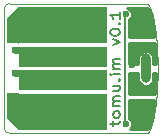
<source format=gtl>
G04 #@! TF.FileFunction,Copper,L1,Top,Signal*
%FSLAX46Y46*%
G04 Gerber Fmt 4.6, Leading zero omitted, Abs format (unit mm)*
G04 Created by KiCad (PCBNEW 4.0.2+e4-6225~38~ubuntu14.04.1-stable) date Mon Aug  1 12:46:02 2016*
%MOMM*%
G01*
G04 APERTURE LIST*
%ADD10C,0.350000*%
%ADD11C,0.200000*%
%ADD12C,0.050000*%
%ADD13R,7.500000X3.125000*%
%ADD14R,7.500000X1.750000*%
%ADD15R,1.000000X1.000000*%
%ADD16C,0.600000*%
%ADD17C,0.127000*%
%ADD18C,0.600000*%
%ADD19C,0.254000*%
%ADD20C,0.300000*%
%ADD21O,0.799999X2.499999*%
G04 APERTURE END LIST*
D10*
D11*
X26253571Y-28332142D02*
X26253571Y-27951190D01*
X25986905Y-28189285D02*
X26672619Y-28189285D01*
X26748810Y-28141666D01*
X26786905Y-28046428D01*
X26786905Y-27951190D01*
X26786905Y-27474999D02*
X26748810Y-27570237D01*
X26710714Y-27617856D01*
X26634524Y-27665475D01*
X26405952Y-27665475D01*
X26329762Y-27617856D01*
X26291667Y-27570237D01*
X26253571Y-27474999D01*
X26253571Y-27332141D01*
X26291667Y-27236903D01*
X26329762Y-27189284D01*
X26405952Y-27141665D01*
X26634524Y-27141665D01*
X26710714Y-27189284D01*
X26748810Y-27236903D01*
X26786905Y-27332141D01*
X26786905Y-27474999D01*
X26786905Y-26713094D02*
X26253571Y-26713094D01*
X26329762Y-26713094D02*
X26291667Y-26665475D01*
X26253571Y-26570237D01*
X26253571Y-26427379D01*
X26291667Y-26332141D01*
X26367857Y-26284522D01*
X26786905Y-26284522D01*
X26367857Y-26284522D02*
X26291667Y-26236903D01*
X26253571Y-26141665D01*
X26253571Y-25998808D01*
X26291667Y-25903570D01*
X26367857Y-25855951D01*
X26786905Y-25855951D01*
X26253571Y-24951189D02*
X26786905Y-24951189D01*
X26253571Y-25379761D02*
X26672619Y-25379761D01*
X26748810Y-25332142D01*
X26786905Y-25236904D01*
X26786905Y-25094046D01*
X26748810Y-24998808D01*
X26710714Y-24951189D01*
X26710714Y-24474999D02*
X26748810Y-24427380D01*
X26786905Y-24474999D01*
X26748810Y-24522618D01*
X26710714Y-24474999D01*
X26786905Y-24474999D01*
X26786905Y-23998809D02*
X26253571Y-23998809D01*
X25986905Y-23998809D02*
X26025000Y-24046428D01*
X26063095Y-23998809D01*
X26025000Y-23951190D01*
X25986905Y-23998809D01*
X26063095Y-23998809D01*
X26786905Y-23522619D02*
X26253571Y-23522619D01*
X26329762Y-23522619D02*
X26291667Y-23475000D01*
X26253571Y-23379762D01*
X26253571Y-23236904D01*
X26291667Y-23141666D01*
X26367857Y-23094047D01*
X26786905Y-23094047D01*
X26367857Y-23094047D02*
X26291667Y-23046428D01*
X26253571Y-22951190D01*
X26253571Y-22808333D01*
X26291667Y-22713095D01*
X26367857Y-22665476D01*
X26786905Y-22665476D01*
X26253571Y-21522619D02*
X26786905Y-21284524D01*
X26253571Y-21046428D01*
X25986905Y-20475000D02*
X25986905Y-20379761D01*
X26025000Y-20284523D01*
X26063095Y-20236904D01*
X26139286Y-20189285D01*
X26291667Y-20141666D01*
X26482143Y-20141666D01*
X26634524Y-20189285D01*
X26710714Y-20236904D01*
X26748810Y-20284523D01*
X26786905Y-20379761D01*
X26786905Y-20475000D01*
X26748810Y-20570238D01*
X26710714Y-20617857D01*
X26634524Y-20665476D01*
X26482143Y-20713095D01*
X26291667Y-20713095D01*
X26139286Y-20665476D01*
X26063095Y-20617857D01*
X26025000Y-20570238D01*
X25986905Y-20475000D01*
X26710714Y-19713095D02*
X26748810Y-19665476D01*
X26786905Y-19713095D01*
X26748810Y-19760714D01*
X26710714Y-19713095D01*
X26786905Y-19713095D01*
X26786905Y-18713095D02*
X26786905Y-19284524D01*
X26786905Y-18998810D02*
X25986905Y-18998810D01*
X26101190Y-19094048D01*
X26177381Y-19189286D01*
X26215476Y-19284524D01*
D12*
X17450000Y-18000000D02*
G75*
G03X17000000Y-18470000I10000J-460000D01*
G01*
X17000000Y-28550000D02*
G75*
G03X17470000Y-29000000I460000J10000D01*
G01*
X17000000Y-18480000D02*
X17000000Y-28530000D01*
X29000000Y-18000000D02*
X17460000Y-18000000D01*
X17460000Y-29000000D02*
X29000000Y-29000000D01*
X30000000Y-23500000D02*
X30000000Y-23370000D01*
X30000000Y-23370000D02*
X30000000Y-23230000D01*
X30000000Y-23230000D02*
X30000000Y-23100000D01*
X30000000Y-23100000D02*
X30000000Y-22960000D01*
X30000000Y-22960000D02*
X29990000Y-22830000D01*
X29990000Y-22830000D02*
X29990000Y-22690000D01*
X29990000Y-22690000D02*
X29990000Y-22560000D01*
X29990000Y-22560000D02*
X29980000Y-22430000D01*
X29980000Y-22430000D02*
X29980000Y-22290000D01*
X29980000Y-22290000D02*
X29970000Y-22160000D01*
X29970000Y-22160000D02*
X29960000Y-22030000D01*
X29960000Y-22030000D02*
X29960000Y-21900000D01*
X29960000Y-21900000D02*
X29950000Y-21770000D01*
X29950000Y-21770000D02*
X29940000Y-21650000D01*
X29940000Y-21650000D02*
X29930000Y-21520000D01*
X29930000Y-21520000D02*
X29920000Y-21400000D01*
X29920000Y-21400000D02*
X29910000Y-21270000D01*
X29910000Y-21270000D02*
X29900000Y-21150000D01*
X29900000Y-21150000D02*
X29890000Y-21030000D01*
X29890000Y-21030000D02*
X29880000Y-20910000D01*
X29880000Y-20910000D02*
X29870000Y-20790000D01*
X29870000Y-20790000D02*
X29860000Y-20670000D01*
X29860000Y-20670000D02*
X29840000Y-20560000D01*
X29840000Y-20560000D02*
X29830000Y-20440000D01*
X29830000Y-20440000D02*
X29820000Y-20330000D01*
X29820000Y-20330000D02*
X29800000Y-20220000D01*
X29800000Y-20220000D02*
X29790000Y-20120000D01*
X29790000Y-20120000D02*
X29770000Y-20010000D01*
X29770000Y-20010000D02*
X29760000Y-19910000D01*
X29760000Y-19910000D02*
X29740000Y-19810000D01*
X29740000Y-19810000D02*
X29720000Y-19710000D01*
X29720000Y-19710000D02*
X29710000Y-19610000D01*
X29710000Y-19610000D02*
X29690000Y-19520000D01*
X29690000Y-19520000D02*
X29670000Y-19420000D01*
X29670000Y-19420000D02*
X29650000Y-19340000D01*
X29650000Y-19340000D02*
X29630000Y-19250000D01*
X29630000Y-19250000D02*
X29620000Y-19160000D01*
X29620000Y-19160000D02*
X29600000Y-19080000D01*
X29600000Y-19080000D02*
X29580000Y-19000000D01*
X29580000Y-19000000D02*
X29560000Y-18930000D01*
X29560000Y-18930000D02*
X29530000Y-18850000D01*
X29530000Y-18850000D02*
X29510000Y-18780000D01*
X29510000Y-18780000D02*
X29490000Y-18710000D01*
X29490000Y-18710000D02*
X29470000Y-18650000D01*
X29470000Y-18650000D02*
X29450000Y-18590000D01*
X29450000Y-18590000D02*
X29430000Y-18530000D01*
X29430000Y-18530000D02*
X29410000Y-18470000D01*
X29410000Y-18470000D02*
X29380000Y-18420000D01*
X29380000Y-18420000D02*
X29360000Y-18370000D01*
X29360000Y-18370000D02*
X29340000Y-18320000D01*
X29340000Y-18320000D02*
X29310000Y-18280000D01*
X29310000Y-18280000D02*
X29290000Y-18240000D01*
X29290000Y-18240000D02*
X29270000Y-18200000D01*
X29270000Y-18200000D02*
X29240000Y-18160000D01*
X29240000Y-18160000D02*
X29220000Y-18130000D01*
X29220000Y-18130000D02*
X29200000Y-18110000D01*
X29200000Y-18110000D02*
X29170000Y-18080000D01*
X29170000Y-18080000D02*
X29150000Y-18060000D01*
X29150000Y-18060000D02*
X29120000Y-18040000D01*
X29120000Y-18040000D02*
X29100000Y-18030000D01*
X29100000Y-18030000D02*
X29070000Y-18010000D01*
X29070000Y-18010000D02*
X29050000Y-18010000D01*
X29050000Y-18010000D02*
X29020000Y-18000000D01*
X29020000Y-18000000D02*
X29000000Y-18000000D01*
X29000000Y-29000000D02*
X29020000Y-29000000D01*
X29020000Y-29000000D02*
X29050000Y-28990000D01*
X29050000Y-28990000D02*
X29070000Y-28990000D01*
X29070000Y-28990000D02*
X29100000Y-28970000D01*
X29100000Y-28970000D02*
X29120000Y-28960000D01*
X29120000Y-28960000D02*
X29150000Y-28940000D01*
X29150000Y-28940000D02*
X29170000Y-28920000D01*
X29170000Y-28920000D02*
X29200000Y-28890000D01*
X29200000Y-28890000D02*
X29220000Y-28870000D01*
X29220000Y-28870000D02*
X29240000Y-28840000D01*
X29240000Y-28840000D02*
X29270000Y-28800000D01*
X29270000Y-28800000D02*
X29290000Y-28760000D01*
X29290000Y-28760000D02*
X29310000Y-28720000D01*
X29310000Y-28720000D02*
X29340000Y-28680000D01*
X29340000Y-28680000D02*
X29360000Y-28630000D01*
X29360000Y-28630000D02*
X29380000Y-28580000D01*
X29380000Y-28580000D02*
X29410000Y-28530000D01*
X29410000Y-28530000D02*
X29430000Y-28470000D01*
X29430000Y-28470000D02*
X29450000Y-28410000D01*
X29450000Y-28410000D02*
X29470000Y-28350000D01*
X29470000Y-28350000D02*
X29490000Y-28290000D01*
X29490000Y-28290000D02*
X29510000Y-28220000D01*
X29510000Y-28220000D02*
X29530000Y-28150000D01*
X29530000Y-28150000D02*
X29560000Y-28070000D01*
X29560000Y-28070000D02*
X29580000Y-28000000D01*
X29580000Y-28000000D02*
X29600000Y-27920000D01*
X29600000Y-27920000D02*
X29620000Y-27840000D01*
X29620000Y-27840000D02*
X29630000Y-27750000D01*
X29630000Y-27750000D02*
X29650000Y-27660000D01*
X29650000Y-27660000D02*
X29670000Y-27580000D01*
X29670000Y-27580000D02*
X29690000Y-27480000D01*
X29690000Y-27480000D02*
X29710000Y-27390000D01*
X29710000Y-27390000D02*
X29720000Y-27290000D01*
X29720000Y-27290000D02*
X29740000Y-27190000D01*
X29740000Y-27190000D02*
X29760000Y-27090000D01*
X29760000Y-27090000D02*
X29770000Y-26990000D01*
X29770000Y-26990000D02*
X29790000Y-26880000D01*
X29790000Y-26880000D02*
X29800000Y-26780000D01*
X29800000Y-26780000D02*
X29820000Y-26670000D01*
X29820000Y-26670000D02*
X29830000Y-26560000D01*
X29830000Y-26560000D02*
X29840000Y-26440000D01*
X29840000Y-26440000D02*
X29860000Y-26330000D01*
X29860000Y-26330000D02*
X29870000Y-26210000D01*
X29870000Y-26210000D02*
X29880000Y-26090000D01*
X29880000Y-26090000D02*
X29890000Y-25970000D01*
X29890000Y-25970000D02*
X29900000Y-25850000D01*
X29900000Y-25850000D02*
X29910000Y-25730000D01*
X29910000Y-25730000D02*
X29920000Y-25600000D01*
X29920000Y-25600000D02*
X29930000Y-25480000D01*
X29930000Y-25480000D02*
X29940000Y-25350000D01*
X29940000Y-25350000D02*
X29950000Y-25230000D01*
X29950000Y-25230000D02*
X29960000Y-25100000D01*
X29960000Y-25100000D02*
X29960000Y-24970000D01*
X29960000Y-24970000D02*
X29970000Y-24840000D01*
X29970000Y-24840000D02*
X29980000Y-24710000D01*
X29980000Y-24710000D02*
X29980000Y-24570000D01*
X29980000Y-24570000D02*
X29990000Y-24440000D01*
X29990000Y-24440000D02*
X29990000Y-24310000D01*
X29990000Y-24310000D02*
X29990000Y-24170000D01*
X29990000Y-24170000D02*
X30000000Y-24040000D01*
X30000000Y-24040000D02*
X30000000Y-23900000D01*
X30000000Y-23900000D02*
X30000000Y-23770000D01*
X30000000Y-23770000D02*
X30000000Y-23630000D01*
X30000000Y-23630000D02*
X30000000Y-23500000D01*
D13*
X22000000Y-27187500D03*
X22000000Y-19812500D03*
D14*
X22000000Y-24500000D03*
X22000000Y-22500000D03*
D10*
G36*
X18250000Y-25625000D02*
X18250000Y-28750000D01*
X17250000Y-27750000D01*
X17250000Y-26625000D01*
X18250000Y-25625000D01*
X18250000Y-25625000D01*
G37*
G36*
X18250000Y-18262500D02*
X18250000Y-21387500D01*
X17250000Y-20387500D01*
X17250000Y-19262500D01*
X18250000Y-18262500D01*
X18250000Y-18262500D01*
G37*
D15*
X17750000Y-26125000D03*
X17750000Y-20875000D03*
D16*
X17750010Y-21000000D03*
X21879999Y-18520000D03*
X24670000Y-18520000D03*
X27299986Y-18900000D03*
X27299992Y-28200000D03*
X17750000Y-26000000D03*
X17900000Y-21925000D03*
X17900000Y-23925000D03*
X28300000Y-21775000D03*
X27809490Y-23222085D03*
X28300000Y-26500000D03*
X28300000Y-20450000D03*
X28300000Y-25250000D03*
D17*
X17750000Y-19825000D02*
X17750000Y-20999990D01*
X17750000Y-20999990D02*
X17750010Y-21000000D01*
X22000000Y-19812500D02*
X17762500Y-19812500D01*
X17762500Y-19812500D02*
X17750000Y-19825000D01*
X27299992Y-28200000D02*
X27250000Y-28150008D01*
X27250000Y-28150008D02*
X27250000Y-18949986D01*
X27250000Y-18949986D02*
X27299986Y-18900000D01*
X17750000Y-27187500D02*
X17750000Y-26000000D01*
X22000000Y-27187500D02*
X17750000Y-27187500D01*
X22000000Y-22500000D02*
X19800000Y-22500000D01*
X19800000Y-22500000D02*
X19225000Y-21925000D01*
D18*
X19225000Y-21925000D02*
X17900000Y-21925000D01*
X18324264Y-23925000D02*
X17900000Y-23925000D01*
X19105380Y-24000000D02*
X19030380Y-23925000D01*
X19030380Y-23925000D02*
X18324264Y-23925000D01*
D17*
X19105380Y-24000000D02*
X19605380Y-24500000D01*
X19605380Y-24500000D02*
X22000000Y-24500000D01*
X28000001Y-22074999D02*
X28300000Y-21775000D01*
X27809490Y-22265510D02*
X28000001Y-22074999D01*
X27809490Y-23222085D02*
X27809490Y-22265510D01*
D19*
G36*
X29206339Y-18395118D02*
X29218872Y-18426451D01*
X29238872Y-18476452D01*
X29245538Y-18486697D01*
X29249661Y-18498203D01*
X29271076Y-18533896D01*
X29285800Y-18578067D01*
X29344754Y-18754929D01*
X29383848Y-18891758D01*
X29386677Y-18897264D01*
X29387678Y-18903371D01*
X29415528Y-18977637D01*
X29433154Y-19039329D01*
X29452538Y-19116865D01*
X29470059Y-19186951D01*
X29478930Y-19266786D01*
X29481435Y-19274687D01*
X29481620Y-19282973D01*
X29501619Y-19372973D01*
X29502439Y-19374834D01*
X29502538Y-19376865D01*
X29521663Y-19453365D01*
X29540952Y-19549809D01*
X29541583Y-19551329D01*
X29541620Y-19552973D01*
X29559655Y-19634134D01*
X29568754Y-19725125D01*
X29570944Y-19732306D01*
X29570952Y-19739810D01*
X29590952Y-19839809D01*
X29590952Y-19839810D01*
X29609493Y-19932513D01*
X29618754Y-20025125D01*
X29620554Y-20031026D01*
X29620452Y-20037191D01*
X29639360Y-20141183D01*
X29648754Y-20235125D01*
X29650554Y-20241026D01*
X29650452Y-20247191D01*
X29669238Y-20350511D01*
X29678575Y-20453223D01*
X29688525Y-20572623D01*
X29690574Y-20579764D01*
X29690452Y-20587191D01*
X29709136Y-20689950D01*
X29718525Y-20802623D01*
X29724390Y-20873000D01*
X27542100Y-20873000D01*
X27542100Y-19371907D01*
X27599023Y-19348387D01*
X27747850Y-19199819D01*
X27828494Y-19005606D01*
X27828678Y-18795316D01*
X27748373Y-18600963D01*
X27599805Y-18452136D01*
X27418857Y-18377000D01*
X29192750Y-18377000D01*
X29206339Y-18395118D01*
X29206339Y-18395118D01*
G37*
X29206339Y-18395118D02*
X29218872Y-18426451D01*
X29238872Y-18476452D01*
X29245538Y-18486697D01*
X29249661Y-18498203D01*
X29271076Y-18533896D01*
X29285800Y-18578067D01*
X29344754Y-18754929D01*
X29383848Y-18891758D01*
X29386677Y-18897264D01*
X29387678Y-18903371D01*
X29415528Y-18977637D01*
X29433154Y-19039329D01*
X29452538Y-19116865D01*
X29470059Y-19186951D01*
X29478930Y-19266786D01*
X29481435Y-19274687D01*
X29481620Y-19282973D01*
X29501619Y-19372973D01*
X29502439Y-19374834D01*
X29502538Y-19376865D01*
X29521663Y-19453365D01*
X29540952Y-19549809D01*
X29541583Y-19551329D01*
X29541620Y-19552973D01*
X29559655Y-19634134D01*
X29568754Y-19725125D01*
X29570944Y-19732306D01*
X29570952Y-19739810D01*
X29590952Y-19839809D01*
X29590952Y-19839810D01*
X29609493Y-19932513D01*
X29618754Y-20025125D01*
X29620554Y-20031026D01*
X29620452Y-20037191D01*
X29639360Y-20141183D01*
X29648754Y-20235125D01*
X29650554Y-20241026D01*
X29650452Y-20247191D01*
X29669238Y-20350511D01*
X29678575Y-20453223D01*
X29688525Y-20572623D01*
X29690574Y-20579764D01*
X29690452Y-20587191D01*
X29709136Y-20689950D01*
X29718525Y-20802623D01*
X29724390Y-20873000D01*
X27542100Y-20873000D01*
X27542100Y-19371907D01*
X27599023Y-19348387D01*
X27747850Y-19199819D01*
X27828494Y-19005606D01*
X27828678Y-18795316D01*
X27748373Y-18600963D01*
X27599805Y-18452136D01*
X27418857Y-18377000D01*
X29192750Y-18377000D01*
X29206339Y-18395118D01*
G36*
X29768448Y-21411658D02*
X29768581Y-21412132D01*
X29768525Y-21412623D01*
X29778489Y-21532191D01*
X29788448Y-21661658D01*
X29788581Y-21662132D01*
X29788525Y-21662623D01*
X29798489Y-21782191D01*
X29808000Y-21905834D01*
X29808000Y-22030000D01*
X29809152Y-22035794D01*
X29808448Y-22041658D01*
X29828000Y-22295834D01*
X29828000Y-22430000D01*
X29829152Y-22435794D01*
X29828448Y-22441658D01*
X29838000Y-22565834D01*
X29838000Y-22830000D01*
X29839152Y-22835794D01*
X29838448Y-22841658D01*
X29848000Y-22965834D01*
X29848000Y-23123000D01*
X29628600Y-23123000D01*
X29628600Y-22621033D01*
X29580751Y-22380478D01*
X29444487Y-22176546D01*
X29240555Y-22040282D01*
X29000000Y-21992433D01*
X28759445Y-22040282D01*
X28555513Y-22176546D01*
X28419249Y-22380478D01*
X28371400Y-22621033D01*
X28371400Y-23123000D01*
X27542100Y-23123000D01*
X27542100Y-21377000D01*
X29765782Y-21377000D01*
X29768448Y-21411658D01*
X29768448Y-21411658D01*
G37*
X29768448Y-21411658D02*
X29768581Y-21412132D01*
X29768525Y-21412623D01*
X29778489Y-21532191D01*
X29788448Y-21661658D01*
X29788581Y-21662132D01*
X29788525Y-21662623D01*
X29798489Y-21782191D01*
X29808000Y-21905834D01*
X29808000Y-22030000D01*
X29809152Y-22035794D01*
X29808448Y-22041658D01*
X29828000Y-22295834D01*
X29828000Y-22430000D01*
X29829152Y-22435794D01*
X29828448Y-22441658D01*
X29838000Y-22565834D01*
X29838000Y-22830000D01*
X29839152Y-22835794D01*
X29838448Y-22841658D01*
X29848000Y-22965834D01*
X29848000Y-23123000D01*
X29628600Y-23123000D01*
X29628600Y-22621033D01*
X29580751Y-22380478D01*
X29444487Y-22176546D01*
X29240555Y-22040282D01*
X29000000Y-21992433D01*
X28759445Y-22040282D01*
X28555513Y-22176546D01*
X28419249Y-22380478D01*
X28371400Y-22621033D01*
X28371400Y-23123000D01*
X27542100Y-23123000D01*
X27542100Y-21377000D01*
X29765782Y-21377000D01*
X29768448Y-21411658D01*
G36*
X29718525Y-26197377D02*
X29709136Y-26310050D01*
X29690452Y-26412809D01*
X29690574Y-26420236D01*
X29688525Y-26427377D01*
X29678575Y-26546777D01*
X29669238Y-26649489D01*
X29650452Y-26752809D01*
X29650554Y-26758974D01*
X29648754Y-26764875D01*
X29639360Y-26858817D01*
X29620452Y-26962809D01*
X29620554Y-26968974D01*
X29618754Y-26974875D01*
X29609493Y-27067487D01*
X29590952Y-27160190D01*
X29590952Y-27160191D01*
X29570952Y-27260190D01*
X29570944Y-27267694D01*
X29568754Y-27274875D01*
X29559655Y-27365866D01*
X29541620Y-27447027D01*
X29541583Y-27448671D01*
X29540952Y-27450191D01*
X29521663Y-27546635D01*
X29502538Y-27623135D01*
X29502439Y-27625166D01*
X29501619Y-27627027D01*
X29481620Y-27717027D01*
X29481435Y-27725313D01*
X29478930Y-27733214D01*
X29470059Y-27813049D01*
X29452538Y-27883135D01*
X29433154Y-27960671D01*
X29415528Y-28022363D01*
X29387678Y-28096629D01*
X29386677Y-28102736D01*
X29383848Y-28108242D01*
X29344754Y-28245071D01*
X29285800Y-28421933D01*
X29271076Y-28466104D01*
X29249661Y-28501797D01*
X29245538Y-28513303D01*
X29238872Y-28523548D01*
X29218873Y-28573546D01*
X29218872Y-28573548D01*
X29206339Y-28604882D01*
X29192750Y-28623000D01*
X27624460Y-28623000D01*
X27747856Y-28499819D01*
X27828500Y-28305606D01*
X27828684Y-28095316D01*
X27748379Y-27900963D01*
X27599811Y-27752136D01*
X27542100Y-27728172D01*
X27542100Y-26127000D01*
X29724390Y-26127000D01*
X29718525Y-26197377D01*
X29718525Y-26197377D01*
G37*
X29718525Y-26197377D02*
X29709136Y-26310050D01*
X29690452Y-26412809D01*
X29690574Y-26420236D01*
X29688525Y-26427377D01*
X29678575Y-26546777D01*
X29669238Y-26649489D01*
X29650452Y-26752809D01*
X29650554Y-26758974D01*
X29648754Y-26764875D01*
X29639360Y-26858817D01*
X29620452Y-26962809D01*
X29620554Y-26968974D01*
X29618754Y-26974875D01*
X29609493Y-27067487D01*
X29590952Y-27160190D01*
X29590952Y-27160191D01*
X29570952Y-27260190D01*
X29570944Y-27267694D01*
X29568754Y-27274875D01*
X29559655Y-27365866D01*
X29541620Y-27447027D01*
X29541583Y-27448671D01*
X29540952Y-27450191D01*
X29521663Y-27546635D01*
X29502538Y-27623135D01*
X29502439Y-27625166D01*
X29501619Y-27627027D01*
X29481620Y-27717027D01*
X29481435Y-27725313D01*
X29478930Y-27733214D01*
X29470059Y-27813049D01*
X29452538Y-27883135D01*
X29433154Y-27960671D01*
X29415528Y-28022363D01*
X29387678Y-28096629D01*
X29386677Y-28102736D01*
X29383848Y-28108242D01*
X29344754Y-28245071D01*
X29285800Y-28421933D01*
X29271076Y-28466104D01*
X29249661Y-28501797D01*
X29245538Y-28513303D01*
X29238872Y-28523548D01*
X29218873Y-28573546D01*
X29218872Y-28573548D01*
X29206339Y-28604882D01*
X29192750Y-28623000D01*
X27624460Y-28623000D01*
X27747856Y-28499819D01*
X27828500Y-28305606D01*
X27828684Y-28095316D01*
X27748379Y-27900963D01*
X27599811Y-27752136D01*
X27542100Y-27728172D01*
X27542100Y-26127000D01*
X29724390Y-26127000D01*
X29718525Y-26197377D01*
G36*
X28371400Y-24378967D02*
X28419249Y-24619522D01*
X28555513Y-24823454D01*
X28759445Y-24959718D01*
X29000000Y-25007567D01*
X29240555Y-24959718D01*
X29444487Y-24823454D01*
X29580751Y-24619522D01*
X29628600Y-24378967D01*
X29628600Y-23877000D01*
X29848000Y-23877000D01*
X29848000Y-24034166D01*
X29838448Y-24158342D01*
X29839152Y-24164206D01*
X29838000Y-24170000D01*
X29838000Y-24434166D01*
X29828448Y-24558342D01*
X29829152Y-24564206D01*
X29828000Y-24570000D01*
X29828000Y-24704166D01*
X29808448Y-24958342D01*
X29809152Y-24964206D01*
X29808000Y-24970000D01*
X29808000Y-25094166D01*
X29798489Y-25217809D01*
X29788525Y-25337377D01*
X29788581Y-25337868D01*
X29788448Y-25338342D01*
X29778489Y-25467809D01*
X29768525Y-25587377D01*
X29768581Y-25587868D01*
X29768448Y-25588342D01*
X29765782Y-25623000D01*
X27542100Y-25623000D01*
X27542100Y-23877000D01*
X28371400Y-23877000D01*
X28371400Y-24378967D01*
X28371400Y-24378967D01*
G37*
X28371400Y-24378967D02*
X28419249Y-24619522D01*
X28555513Y-24823454D01*
X28759445Y-24959718D01*
X29000000Y-25007567D01*
X29240555Y-24959718D01*
X29444487Y-24823454D01*
X29580751Y-24619522D01*
X29628600Y-24378967D01*
X29628600Y-23877000D01*
X29848000Y-23877000D01*
X29848000Y-24034166D01*
X29838448Y-24158342D01*
X29839152Y-24164206D01*
X29838000Y-24170000D01*
X29838000Y-24434166D01*
X29828448Y-24558342D01*
X29829152Y-24564206D01*
X29828000Y-24570000D01*
X29828000Y-24704166D01*
X29808448Y-24958342D01*
X29809152Y-24964206D01*
X29808000Y-24970000D01*
X29808000Y-25094166D01*
X29798489Y-25217809D01*
X29788525Y-25337377D01*
X29788581Y-25337868D01*
X29788448Y-25338342D01*
X29778489Y-25467809D01*
X29768525Y-25587377D01*
X29768581Y-25587868D01*
X29768448Y-25588342D01*
X29765782Y-25623000D01*
X27542100Y-25623000D01*
X27542100Y-23877000D01*
X28371400Y-23877000D01*
X28371400Y-24378967D01*
D20*
X17750010Y-21000000D03*
X21879999Y-18520000D03*
X24670000Y-18520000D03*
X27299986Y-18900000D03*
X27299992Y-28200000D03*
X17750000Y-26000000D03*
X17900000Y-21925000D03*
X17900000Y-23925000D03*
X28300000Y-21775000D03*
X27809490Y-23222085D03*
X28300000Y-26500000D03*
X28300000Y-20450000D03*
X28300000Y-25250000D03*
D21*
X29000000Y-23500000D03*
M02*

</source>
